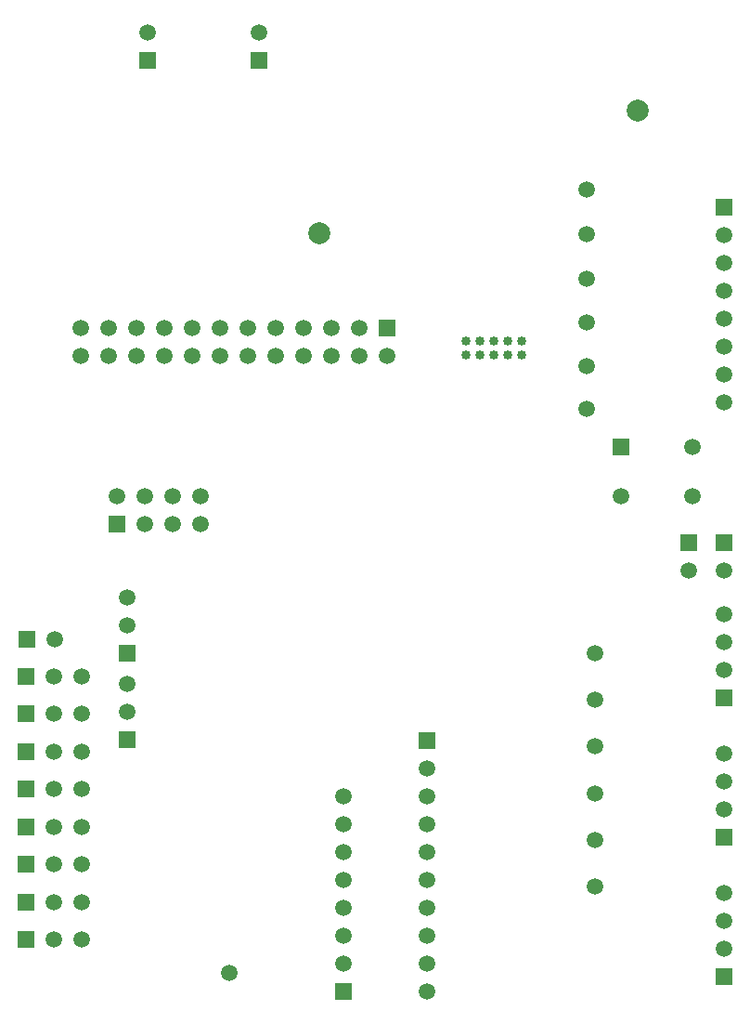
<source format=gbr>
%TF.GenerationSoftware,Altium Limited,Altium Designer,19.1.8 (144)*%
G04 Layer_Color=255*
%FSLAX45Y45*%
%MOMM*%
%TF.FileFunction,Pads,Bot*%
%TF.Part,Single*%
G01*
G75*
%TA.AperFunction,ComponentPad*%
%ADD35C,1.50000*%
%ADD36R,1.50000X1.50000*%
%ADD37C,1.50000*%
%ADD38C,2.00000*%
%ADD39C,0.85000*%
%ADD40R,1.50000X1.50000*%
D35*
X6652500Y3749000D02*
D03*
Y4257000D02*
D03*
Y4003000D02*
D03*
Y1209000D02*
D03*
Y1717000D02*
D03*
Y1463000D02*
D03*
Y2479000D02*
D03*
Y2987000D02*
D03*
Y2733000D02*
D03*
X1207500Y4151500D02*
D03*
Y4405500D02*
D03*
Y3366500D02*
D03*
Y3620500D02*
D03*
X1876500Y5331500D02*
D03*
Y5077500D02*
D03*
X1622500Y5331500D02*
D03*
Y5077500D02*
D03*
X1368500Y5331500D02*
D03*
Y5077500D02*
D03*
X1114500Y5331500D02*
D03*
X5717500Y5327500D02*
D03*
X6367500D02*
D03*
Y5777500D02*
D03*
X2416000Y9554000D02*
D03*
X1400000D02*
D03*
X6652500Y7711500D02*
D03*
Y7457500D02*
D03*
Y7203500D02*
D03*
Y6949500D02*
D03*
Y6695500D02*
D03*
Y6441500D02*
D03*
Y6187500D02*
D03*
Y4651000D02*
D03*
X549000Y4022500D02*
D03*
X6337500Y4648500D02*
D03*
X543500Y3690714D02*
D03*
X797500D02*
D03*
X543500Y3347857D02*
D03*
X797500D02*
D03*
X3948000Y2596000D02*
D03*
Y818000D02*
D03*
Y1072000D02*
D03*
Y1326000D02*
D03*
Y1580000D02*
D03*
Y1834000D02*
D03*
Y2088000D02*
D03*
Y2342000D02*
D03*
Y2850000D02*
D03*
X543500Y3005000D02*
D03*
X797500D02*
D03*
X543500Y2662143D02*
D03*
X797500D02*
D03*
X543500Y2319286D02*
D03*
X797500D02*
D03*
X543500Y1976429D02*
D03*
X797500D02*
D03*
X3582000Y6606000D02*
D03*
X3328000Y6860000D02*
D03*
Y6606000D02*
D03*
X3074000Y6860000D02*
D03*
Y6606000D02*
D03*
X2820000Y6860000D02*
D03*
Y6606000D02*
D03*
X2566000Y6860000D02*
D03*
Y6606000D02*
D03*
X2312000Y6860000D02*
D03*
Y6606000D02*
D03*
X2058000Y6860000D02*
D03*
Y6606000D02*
D03*
X1804000Y6860000D02*
D03*
Y6606000D02*
D03*
X1550000Y6860000D02*
D03*
Y6606000D02*
D03*
X1296000Y6860000D02*
D03*
Y6606000D02*
D03*
X1042000Y6860000D02*
D03*
Y6606000D02*
D03*
X788000Y6860000D02*
D03*
Y6606000D02*
D03*
X543500Y1633572D02*
D03*
X797500D02*
D03*
X543500Y1290714D02*
D03*
X797500D02*
D03*
X3186000Y1072000D02*
D03*
Y1326000D02*
D03*
Y1580000D02*
D03*
Y1834000D02*
D03*
Y2088000D02*
D03*
Y2342000D02*
D03*
Y2596000D02*
D03*
D36*
X6652500Y3495000D02*
D03*
Y955000D02*
D03*
Y2225000D02*
D03*
X1207500Y3897500D02*
D03*
Y3112500D02*
D03*
X2416000Y9300000D02*
D03*
X1400000D02*
D03*
X6652500Y7965500D02*
D03*
Y4905000D02*
D03*
X6337500Y4902500D02*
D03*
X3948000Y3104000D02*
D03*
X3186000Y818000D02*
D03*
D37*
X5475000Y3050000D02*
D03*
Y2623500D02*
D03*
X5475000Y1770500D02*
D03*
X5475000Y3476501D02*
D03*
X2140000Y987500D02*
D03*
X5475000Y3903000D02*
D03*
X5475000Y2197000D02*
D03*
X5402500Y7719500D02*
D03*
X5402500Y8126500D02*
D03*
X5402500Y6122500D02*
D03*
Y6518000D02*
D03*
X5402500Y6912501D02*
D03*
X5402500Y7307000D02*
D03*
D38*
X5865000Y8847500D02*
D03*
X2967814Y7729778D02*
D03*
D39*
X4298500Y6619000D02*
D03*
Y6746000D02*
D03*
X4425500Y6619000D02*
D03*
Y6746000D02*
D03*
X4552500Y6619000D02*
D03*
Y6746000D02*
D03*
X4679500Y6619000D02*
D03*
Y6746000D02*
D03*
X4806500Y6619000D02*
D03*
Y6746000D02*
D03*
D40*
X1114500Y5077500D02*
D03*
X5717500Y5777500D02*
D03*
X295000Y4022500D02*
D03*
X289500Y3690714D02*
D03*
Y3347857D02*
D03*
Y3005000D02*
D03*
Y2662143D02*
D03*
Y2319286D02*
D03*
Y1976429D02*
D03*
X3582000Y6860000D02*
D03*
X289500Y1633572D02*
D03*
Y1290714D02*
D03*
%TF.MD5,d7a7aa4b33364f4a1ba145234a7c26c6*%
M02*

</source>
